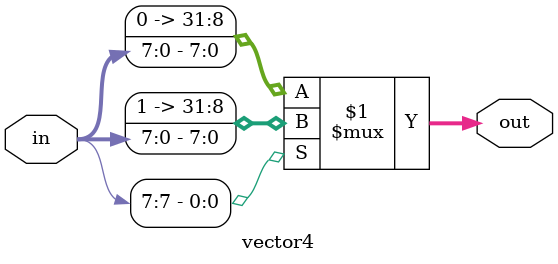
<source format=sv>
module vector4 
(
  input  [7:0] in,
  output [31:0] out 
);
  
  assign out = in[7]? {{24{1'b1}}, in}: {{24{1'b0}}, in};

endmodule
</source>
